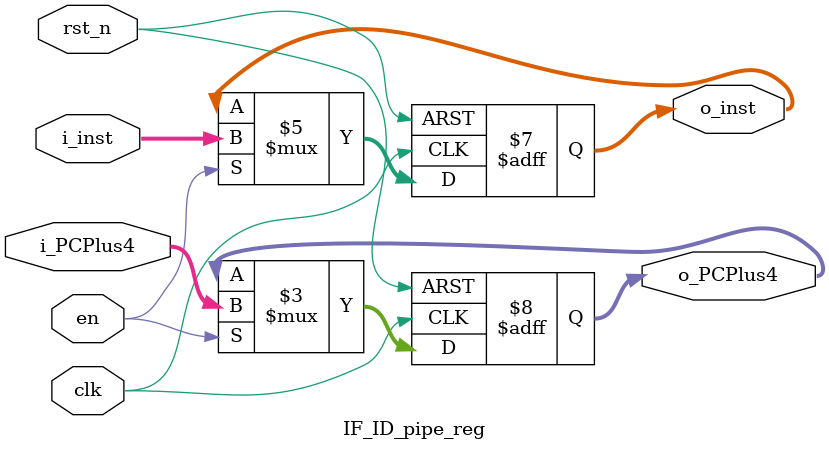
<source format=v>
module IF_ID_pipe_reg(
    input clk,
    input rst_n,
    input en,
    input [31:0] i_inst,
    input [31:0] i_PCPlus4,
    output reg [31:0] o_inst,
    output reg [31:0] o_PCPlus4
    );
    
    always @(posedge clk, negedge rst_n)
    begin
        if(!rst_n)
        begin
            o_inst <= 32'h0;
            o_PCPlus4 <= 32'h0;
        end
        else if(en)
        begin
            o_inst <= i_inst;
            o_PCPlus4 <= i_PCPlus4;
        end
    end    
endmodule
</source>
